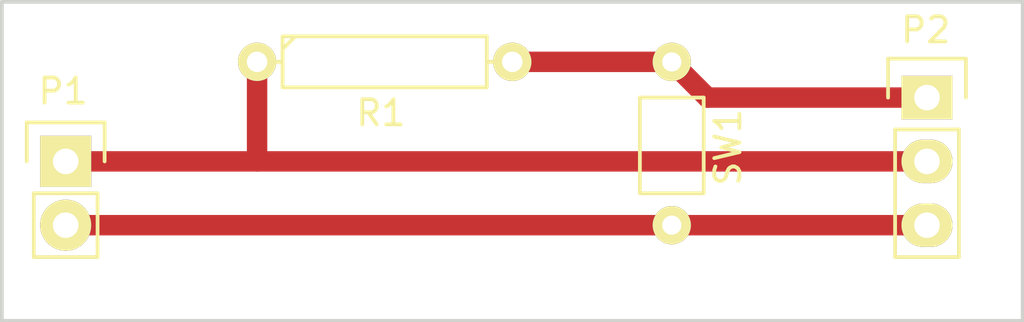
<source format=kicad_pcb>
(kicad_pcb (version 4) (host pcbnew 4.0.3+e1-6302~38~ubuntu16.04.1-stable)

  (general
    (links 6)
    (no_connects 0)
    (area 129.464999 95.9724 170.255001 109.295001)
    (thickness 1.6)
    (drawings 4)
    (tracks 9)
    (zones 0)
    (modules 4)
    (nets 4)
  )

  (page A4)
  (layers
    (0 F.Cu signal)
    (31 B.Cu signal)
    (32 B.Adhes user)
    (33 F.Adhes user)
    (34 B.Paste user)
    (35 F.Paste user)
    (36 B.SilkS user)
    (37 F.SilkS user)
    (38 B.Mask user)
    (39 F.Mask user)
    (40 Dwgs.User user)
    (41 Cmts.User user)
    (42 Eco1.User user)
    (43 Eco2.User user)
    (44 Edge.Cuts user)
    (45 Margin user)
    (46 B.CrtYd user)
    (47 F.CrtYd user)
    (48 B.Fab user)
    (49 F.Fab user)
  )

  (setup
    (last_trace_width 0.8128)
    (trace_clearance 0.4826)
    (zone_clearance 0.508)
    (zone_45_only no)
    (trace_min 0.2)
    (segment_width 0.2)
    (edge_width 0.15)
    (via_size 0.6)
    (via_drill 0.4)
    (via_min_size 0.4)
    (via_min_drill 0.3)
    (uvia_size 0.3)
    (uvia_drill 0.1)
    (uvias_allowed no)
    (uvia_min_size 0)
    (uvia_min_drill 0)
    (pcb_text_width 0.3)
    (pcb_text_size 1.5 1.5)
    (mod_edge_width 0.15)
    (mod_text_size 1 1)
    (mod_text_width 0.15)
    (pad_size 1.524 1.524)
    (pad_drill 0.762)
    (pad_to_mask_clearance 0.2)
    (aux_axis_origin 0 0)
    (visible_elements FFFFFF7F)
    (pcbplotparams
      (layerselection 0x00030_80000001)
      (usegerberextensions false)
      (excludeedgelayer true)
      (linewidth 0.100000)
      (plotframeref false)
      (viasonmask false)
      (mode 1)
      (useauxorigin false)
      (hpglpennumber 1)
      (hpglpenspeed 20)
      (hpglpendiameter 15)
      (hpglpenoverlay 2)
      (psnegative false)
      (psa4output false)
      (plotreference true)
      (plotvalue true)
      (plotinvisibletext false)
      (padsonsilk false)
      (subtractmaskfromsilk false)
      (outputformat 1)
      (mirror false)
      (drillshape 0)
      (scaleselection 1)
      (outputdirectory gerbers/))
  )

  (net 0 "")
  (net 1 VCC)
  (net 2 /GND)
  (net 3 /SW)

  (net_class Default "This is the default net class."
    (clearance 0.4826)
    (trace_width 0.8128)
    (via_dia 0.6)
    (via_drill 0.4)
    (uvia_dia 0.3)
    (uvia_drill 0.1)
    (add_net /GND)
    (add_net /SW)
    (add_net VCC)
  )

  (module Pin_Headers:Pin_Header_Straight_1x02 (layer F.Cu) (tedit 57BF3DAD) (tstamp 57A6DC63)
    (at 132.08 102.87)
    (descr "Through hole pin header")
    (tags "pin header")
    (path /57A6D989)
    (fp_text reference P1 (at -0.1016 -2.794) (layer F.SilkS)
      (effects (font (size 1 1) (thickness 0.15)))
    )
    (fp_text value "" (at 0 -3.1) (layer F.Fab)
      (effects (font (size 1 1) (thickness 0.15)))
    )
    (fp_line (start 1.27 1.27) (end 1.27 3.81) (layer F.SilkS) (width 0.15))
    (fp_line (start 1.55 -1.55) (end 1.55 0) (layer F.SilkS) (width 0.15))
    (fp_line (start -1.75 -1.75) (end -1.75 4.3) (layer F.CrtYd) (width 0.05))
    (fp_line (start 1.75 -1.75) (end 1.75 4.3) (layer F.CrtYd) (width 0.05))
    (fp_line (start -1.75 -1.75) (end 1.75 -1.75) (layer F.CrtYd) (width 0.05))
    (fp_line (start -1.75 4.3) (end 1.75 4.3) (layer F.CrtYd) (width 0.05))
    (fp_line (start 1.27 1.27) (end -1.27 1.27) (layer F.SilkS) (width 0.15))
    (fp_line (start -1.55 0) (end -1.55 -1.55) (layer F.SilkS) (width 0.15))
    (fp_line (start -1.55 -1.55) (end 1.55 -1.55) (layer F.SilkS) (width 0.15))
    (fp_line (start -1.27 1.27) (end -1.27 3.81) (layer F.SilkS) (width 0.15))
    (fp_line (start -1.27 3.81) (end 1.27 3.81) (layer F.SilkS) (width 0.15))
    (pad 1 thru_hole rect (at 0 0) (size 2.032 2.032) (drill 1.016) (layers *.Cu *.Mask F.SilkS)
      (net 1 VCC))
    (pad 2 thru_hole oval (at 0 2.54) (size 2.032 2.032) (drill 1.016) (layers *.Cu *.Mask F.SilkS)
      (net 2 /GND))
    (model Pin_Headers.3dshapes/Pin_Header_Straight_1x02.wrl
      (at (xyz 0 -0.05 0))
      (scale (xyz 1 1 1))
      (rotate (xyz 0 0 90))
    )
  )

  (module Pin_Headers:Pin_Header_Straight_1x03 (layer F.Cu) (tedit 57BF3DAA) (tstamp 57A6DC75)
    (at 166.37 100.33)
    (descr "Through hole pin header")
    (tags "pin header")
    (path /57A6DA62)
    (fp_text reference P2 (at -0.0508 -2.6924) (layer F.SilkS)
      (effects (font (size 1 1) (thickness 0.15)))
    )
    (fp_text value "" (at 0 -3.1) (layer F.Fab)
      (effects (font (size 1 1) (thickness 0.15)))
    )
    (fp_line (start -1.75 -1.75) (end -1.75 6.85) (layer F.CrtYd) (width 0.05))
    (fp_line (start 1.75 -1.75) (end 1.75 6.85) (layer F.CrtYd) (width 0.05))
    (fp_line (start -1.75 -1.75) (end 1.75 -1.75) (layer F.CrtYd) (width 0.05))
    (fp_line (start -1.75 6.85) (end 1.75 6.85) (layer F.CrtYd) (width 0.05))
    (fp_line (start -1.27 1.27) (end -1.27 6.35) (layer F.SilkS) (width 0.15))
    (fp_line (start -1.27 6.35) (end 1.27 6.35) (layer F.SilkS) (width 0.15))
    (fp_line (start 1.27 6.35) (end 1.27 1.27) (layer F.SilkS) (width 0.15))
    (fp_line (start 1.55 -1.55) (end 1.55 0) (layer F.SilkS) (width 0.15))
    (fp_line (start 1.27 1.27) (end -1.27 1.27) (layer F.SilkS) (width 0.15))
    (fp_line (start -1.55 0) (end -1.55 -1.55) (layer F.SilkS) (width 0.15))
    (fp_line (start -1.55 -1.55) (end 1.55 -1.55) (layer F.SilkS) (width 0.15))
    (pad 1 thru_hole rect (at 0 0) (size 2.032 1.7272) (drill 1.016) (layers *.Cu *.Mask F.SilkS)
      (net 3 /SW))
    (pad 2 thru_hole oval (at 0 2.54) (size 2.032 1.7272) (drill 1.016) (layers *.Cu *.Mask F.SilkS)
      (net 1 VCC))
    (pad 3 thru_hole oval (at 0 5.08) (size 2.032 1.7272) (drill 1.016) (layers *.Cu *.Mask F.SilkS)
      (net 2 /GND))
    (model Pin_Headers.3dshapes/Pin_Header_Straight_1x03.wrl
      (at (xyz 0 -0.1 0))
      (scale (xyz 1 1 1))
      (rotate (xyz 0 0 90))
    )
  )

  (module Discret:R4 (layer F.Cu) (tedit 57BF3DEA) (tstamp 57A6DC83)
    (at 144.78 98.9076)
    (descr "Resitance 4 pas")
    (tags R)
    (path /57A6DAC9)
    (fp_text reference R1 (at -0.1524 2.032) (layer F.SilkS)
      (effects (font (size 1 1) (thickness 0.15)))
    )
    (fp_text value 10k (at -0.0508 -0.0508) (layer F.Fab)
      (effects (font (size 1 1) (thickness 0.15)))
    )
    (fp_line (start -5.08 0) (end -4.064 0) (layer F.SilkS) (width 0.15))
    (fp_line (start -4.064 0) (end -4.064 -1.016) (layer F.SilkS) (width 0.15))
    (fp_line (start -4.064 -1.016) (end 4.064 -1.016) (layer F.SilkS) (width 0.15))
    (fp_line (start 4.064 -1.016) (end 4.064 1.016) (layer F.SilkS) (width 0.15))
    (fp_line (start 4.064 1.016) (end -4.064 1.016) (layer F.SilkS) (width 0.15))
    (fp_line (start -4.064 1.016) (end -4.064 0) (layer F.SilkS) (width 0.15))
    (fp_line (start -4.064 -0.508) (end -3.556 -1.016) (layer F.SilkS) (width 0.15))
    (fp_line (start 5.08 0) (end 4.064 0) (layer F.SilkS) (width 0.15))
    (pad 1 thru_hole circle (at -5.08 0) (size 1.524 1.524) (drill 0.8128) (layers *.Cu *.Mask F.SilkS)
      (net 1 VCC))
    (pad 2 thru_hole circle (at 5.08 0) (size 1.524 1.524) (drill 0.8128) (layers *.Cu *.Mask F.SilkS)
      (net 3 /SW))
    (model Discret.3dshapes/R4.wrl
      (at (xyz 0 0 0))
      (scale (xyz 0.4 0.4 0.4))
      (rotate (xyz 0 0 0))
    )
  )

  (module a-dh-libmod:SW_PUSH-2pin-6.5mm (layer F.Cu) (tedit 57BF3DFC) (tstamp 57A6E132)
    (at 153.67 105.41 90)
    (path /57A6D952)
    (fp_text reference SW1 (at 3.0988 4.7752 90) (layer F.SilkS)
      (effects (font (size 1 1) (thickness 0.15)))
    )
    (fp_text value SW_PUSH (at 3.81 0 90) (layer F.Fab) hide
      (effects (font (size 1 1) (thickness 0.15)))
    )
    (fp_line (start 1.27 3.81) (end 5.08 3.81) (layer F.SilkS) (width 0.15))
    (fp_line (start 5.08 3.81) (end 5.08 1.27) (layer F.SilkS) (width 0.15))
    (fp_line (start 5.08 1.27) (end 1.27 1.27) (layer F.SilkS) (width 0.15))
    (fp_line (start 1.27 1.27) (end 1.27 3.81) (layer F.SilkS) (width 0.15))
    (pad 1 thru_hole circle (at 0 2.54 90) (size 1.524 1.524) (drill 0.762) (layers *.Cu *.Mask F.SilkS)
      (net 2 /GND))
    (pad 2 thru_hole circle (at 6.5 2.54 90) (size 1.524 1.524) (drill 0.762) (layers *.Cu *.Mask F.SilkS)
      (net 3 /SW))
  )

  (gr_line (start 129.54 96.52) (end 129.54 109.22) (angle 90) (layer Edge.Cuts) (width 0.15))
  (gr_line (start 170.18 96.52) (end 129.54 96.52) (angle 90) (layer Edge.Cuts) (width 0.15))
  (gr_line (start 170.18 109.22) (end 170.18 96.52) (angle 90) (layer Edge.Cuts) (width 0.15))
  (gr_line (start 129.54 109.22) (end 170.18 109.22) (angle 90) (layer Edge.Cuts) (width 0.15))

  (segment (start 139.7 98.9076) (end 139.7 102.87) (width 0.8128) (layer F.Cu) (net 1))
  (segment (start 132.08 102.87) (end 139.7 102.87) (width 0.8128) (layer F.Cu) (net 1))
  (segment (start 139.7 102.87) (end 166.37 102.87) (width 0.8128) (layer F.Cu) (net 1) (tstamp 57A6E2E5))
  (segment (start 156.21 105.41) (end 166.37 105.41) (width 0.8128) (layer F.Cu) (net 2))
  (segment (start 132.08 105.41) (end 156.21 105.41) (width 0.8128) (layer F.Cu) (net 2))
  (segment (start 166.37 100.33) (end 157.63 100.33) (width 0.8128) (layer F.Cu) (net 3))
  (segment (start 157.63 100.33) (end 156.2076 98.9076) (width 0.8128) (layer F.Cu) (net 3) (tstamp 57BF3D4A))
  (segment (start 156.2076 98.9076) (end 149.86 98.9076) (width 0.8128) (layer F.Cu) (net 3) (tstamp 57BF3D4F))
  (segment (start 156.06 99.06) (end 156.21 98.91) (width 0.25) (layer F.Cu) (net 3) (tstamp 57A6E2DD))

)

</source>
